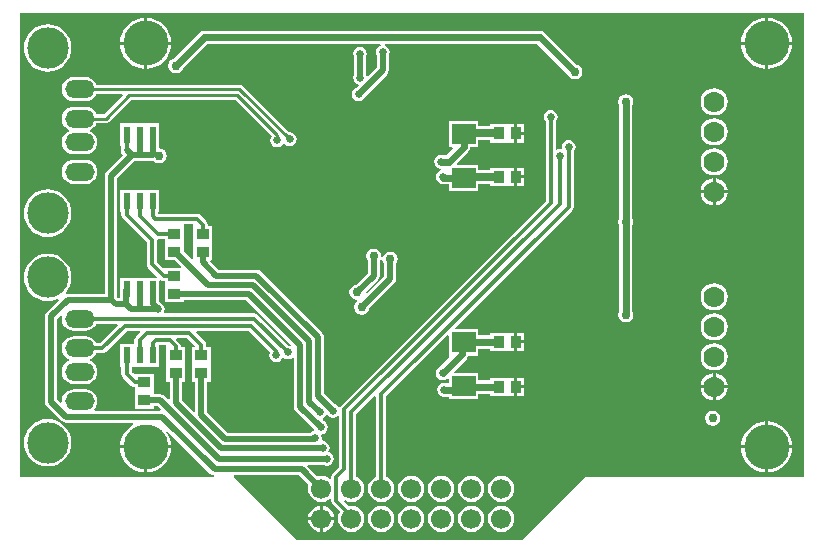
<source format=gbl>
G04*
G04 #@! TF.GenerationSoftware,Altium Limited,Altium Designer,20.0.13 (296)*
G04*
G04 Layer_Physical_Order=2*
G04 Layer_Color=16711680*
%FSLAX44Y44*%
%MOMM*%
G71*
G01*
G75*
%ADD10C,0.2540*%
%ADD31R,0.9500X1.0500*%
%ADD35C,0.5080*%
%ADD36C,0.3048*%
%ADD37C,0.6096*%
%ADD38C,0.3556*%
%ADD39C,0.6350*%
%ADD40C,3.8100*%
%ADD41C,1.7780*%
%ADD42C,1.7000*%
%ADD43C,3.5000*%
%ADD44O,2.5000X1.5240*%
%ADD45C,0.7620*%
%ADD46R,2.0000X1.7000*%
%ADD47R,1.1000X0.9000*%
%ADD48R,0.6000X1.4000*%
%ADD49C,0.6350*%
G36*
X146900Y212660D02*
X146900D01*
Y198580D01*
X146900D01*
Y197660D01*
X146900D01*
Y184651D01*
X145630Y184125D01*
X138850Y190905D01*
Y197660D01*
X138850D01*
Y198580D01*
X138850D01*
Y212660D01*
X138850D01*
X139204Y213783D01*
X146546D01*
X146900Y212660D01*
D02*
G37*
G36*
X122770Y198580D02*
X122770D01*
Y197660D01*
X122770D01*
Y183580D01*
X131525D01*
X136832Y178273D01*
X136346Y177100D01*
X122770D01*
Y177100D01*
X121678Y176648D01*
X116283Y182044D01*
Y200057D01*
X116710Y200790D01*
X117443Y201217D01*
X122770D01*
Y198580D01*
D02*
G37*
G36*
X120235Y166112D02*
X121920Y165777D01*
X122770D01*
Y163020D01*
X122770D01*
Y162100D01*
X122770D01*
Y148020D01*
X138850D01*
Y149881D01*
X192045D01*
X230028Y111896D01*
X229993Y111812D01*
X229280Y110849D01*
X227828Y111138D01*
X201953Y137013D01*
X200525Y137967D01*
X198840Y138303D01*
X122430D01*
X121831Y139423D01*
X122223Y140010D01*
X122667Y142240D01*
X122223Y144470D01*
X120960Y146360D01*
X119237Y147512D01*
X118209Y148539D01*
Y158380D01*
X118140Y158729D01*
Y165985D01*
X119410Y166664D01*
X120235Y166112D01*
D02*
G37*
G36*
X664210Y0D02*
X478790D01*
X425450Y-53340D01*
X234950D01*
X181709Y-99D01*
X181850Y1170D01*
X236615D01*
X244675Y-6890D01*
X244514Y-7278D01*
X244135Y-10160D01*
X244514Y-13042D01*
X245627Y-15728D01*
X247396Y-18034D01*
X249702Y-19803D01*
X252388Y-20916D01*
X255270Y-21295D01*
X258152Y-20916D01*
X260838Y-19803D01*
X262556Y-18485D01*
X263826Y-19111D01*
Y-20320D01*
X264142Y-21906D01*
X265040Y-23250D01*
X271355Y-29565D01*
X271027Y-29992D01*
X269914Y-32678D01*
X269535Y-35560D01*
X269914Y-38442D01*
X271027Y-41128D01*
X272796Y-43434D01*
X275102Y-45203D01*
X277788Y-46316D01*
X280670Y-46695D01*
X283552Y-46316D01*
X286238Y-45203D01*
X288544Y-43434D01*
X290313Y-41128D01*
X291426Y-38442D01*
X291805Y-35560D01*
X291426Y-32678D01*
X290313Y-29992D01*
X288544Y-27686D01*
X286238Y-25917D01*
X283552Y-24804D01*
X280670Y-24425D01*
X278253Y-24743D01*
X274294Y-20784D01*
X275102Y-19803D01*
X277788Y-20916D01*
X280670Y-21295D01*
X283552Y-20916D01*
X286238Y-19803D01*
X288544Y-18034D01*
X290313Y-15728D01*
X291426Y-13042D01*
X291805Y-10160D01*
X291426Y-7278D01*
X290313Y-4592D01*
X288544Y-2286D01*
X286238Y-517D01*
X285073Y-34D01*
Y52786D01*
X300494Y68208D01*
X301667Y67722D01*
Y-34D01*
X300502Y-517D01*
X298196Y-2286D01*
X296427Y-4592D01*
X295314Y-7278D01*
X294935Y-10160D01*
X295314Y-13042D01*
X296427Y-15728D01*
X298196Y-18034D01*
X300502Y-19803D01*
X303188Y-20916D01*
X306070Y-21295D01*
X308952Y-20916D01*
X311638Y-19803D01*
X313944Y-18034D01*
X315713Y-15728D01*
X316826Y-13042D01*
X317205Y-10160D01*
X316826Y-7278D01*
X315713Y-4592D01*
X313944Y-2286D01*
X311638Y-517D01*
X310473Y-34D01*
Y68026D01*
X362207Y119761D01*
X363380Y119274D01*
Y102710D01*
X363503D01*
X363989Y101537D01*
X354572Y92119D01*
X354020Y91750D01*
X352757Y89860D01*
X352313Y87630D01*
X352757Y85400D01*
X354020Y83510D01*
X355910Y82247D01*
X358140Y81803D01*
X360370Y82247D01*
X362110Y83409D01*
X362760Y83237D01*
X363380Y82900D01*
Y79358D01*
X360061D01*
X359410Y79487D01*
X357180Y79043D01*
X355290Y77780D01*
X354027Y75890D01*
X353583Y73660D01*
X354027Y71430D01*
X355290Y69540D01*
X357180Y68277D01*
X359410Y67833D01*
X360061Y67962D01*
X363380D01*
Y65710D01*
X388460D01*
Y70503D01*
X398210D01*
Y68410D01*
X418730D01*
Y76200D01*
Y83990D01*
X398210D01*
Y81897D01*
X388460D01*
Y87790D01*
X368017D01*
X367531Y88963D01*
X378679Y100111D01*
X379914Y101960D01*
X380063Y102710D01*
X388460D01*
Y108603D01*
X398210D01*
Y106510D01*
X418730D01*
Y114300D01*
Y122090D01*
X398210D01*
Y119998D01*
X388460D01*
Y124790D01*
X368895D01*
X368410Y125963D01*
X467933Y225487D01*
X468887Y226915D01*
X469223Y228600D01*
Y275702D01*
X470203Y277170D01*
X470647Y279400D01*
X470203Y281630D01*
X468940Y283520D01*
X467050Y284783D01*
X464820Y285227D01*
X462590Y284783D01*
X460700Y283520D01*
X459437Y281630D01*
X458993Y279400D01*
X459170Y278510D01*
X458090Y277430D01*
X457200Y277607D01*
X454970Y277163D01*
X454844Y277079D01*
X453724Y277678D01*
Y300715D01*
X454963Y302570D01*
X455407Y304800D01*
X454963Y307030D01*
X453700Y308920D01*
X451810Y310183D01*
X449580Y310627D01*
X447350Y310183D01*
X445460Y308920D01*
X444197Y307030D01*
X443753Y304800D01*
X444197Y302570D01*
X445436Y300715D01*
Y233498D01*
X271898Y59960D01*
X271501Y59366D01*
X269974D01*
X269550Y60000D01*
X267660Y61263D01*
X267300Y61335D01*
X257910Y70725D01*
Y118073D01*
X257910Y118073D01*
X257515Y120055D01*
X256392Y121735D01*
X204165Y173962D01*
X202485Y175085D01*
X200503Y175480D01*
X168395D01*
X161468Y182407D01*
X161954Y183580D01*
X162980D01*
Y197660D01*
X162980D01*
Y198580D01*
X162980D01*
Y212660D01*
X160286D01*
X159343Y213360D01*
X159008Y215045D01*
X158053Y216473D01*
X153227Y221299D01*
X151799Y222253D01*
X150114Y222589D01*
X117003D01*
Y224080D01*
X118140D01*
Y243160D01*
X85060D01*
Y224080D01*
X86197D01*
Y221820D01*
X86532Y220135D01*
X87487Y218707D01*
X107477Y198716D01*
Y180220D01*
X107812Y178535D01*
X108767Y177107D01*
X116350Y169523D01*
X115864Y168350D01*
X85060D01*
Y158729D01*
X84991Y158380D01*
Y151229D01*
X83425D01*
X82649Y152005D01*
Y252715D01*
X96965Y267031D01*
X113030D01*
X113615Y267147D01*
X115632Y265798D01*
X118110Y265306D01*
X120588Y265798D01*
X122688Y267202D01*
X124092Y269302D01*
X124584Y271780D01*
X124092Y274258D01*
X122688Y276358D01*
X120588Y277762D01*
X118209Y278235D01*
Y289190D01*
X118140Y289540D01*
Y299160D01*
X85060D01*
Y280080D01*
X85724D01*
X86081Y278810D01*
X85815Y278412D01*
X85421Y276430D01*
X85815Y274448D01*
X86938Y272768D01*
X87495Y272210D01*
X73808Y258522D01*
X72685Y256842D01*
X72291Y254860D01*
Y155040D01*
X40640D01*
X39747Y154862D01*
X39053Y156019D01*
X40443Y157712D01*
X42304Y161194D01*
X43450Y164972D01*
X43837Y168900D01*
X43450Y172829D01*
X42304Y176606D01*
X40443Y180088D01*
X37939Y183139D01*
X34887Y185643D01*
X31406Y187504D01*
X27629Y188650D01*
X23700Y189037D01*
X19771Y188650D01*
X15994Y187504D01*
X12513Y185643D01*
X9461Y183139D01*
X6957Y180088D01*
X5096Y176606D01*
X3950Y172829D01*
X3563Y168900D01*
X3950Y164972D01*
X5096Y161194D01*
X6957Y157712D01*
X9461Y154661D01*
X12513Y152157D01*
X15994Y150296D01*
X19771Y149150D01*
X23700Y148763D01*
X27629Y149150D01*
X31406Y150296D01*
X32585Y150926D01*
X33350Y149895D01*
X23008Y139552D01*
X21885Y137872D01*
X21490Y135890D01*
Y63500D01*
X21885Y61518D01*
X23008Y59837D01*
X35707Y47137D01*
X37388Y46015D01*
X39370Y45620D01*
X96016D01*
X96334Y44351D01*
X94627Y43438D01*
X91340Y40740D01*
X88642Y37453D01*
X86637Y33702D01*
X85402Y29632D01*
X85111Y26670D01*
X128249D01*
X127958Y29632D01*
X126723Y33702D01*
X124718Y37453D01*
X123996Y38333D01*
X124938Y39187D01*
X161437Y2688D01*
X163118Y1565D01*
X164600Y1270D01*
X164475Y0D01*
X0D01*
Y392430D01*
X664210D01*
Y0D01*
D02*
G37*
G36*
X124207Y111060D02*
X124040Y109790D01*
X124040D01*
Y95710D01*
X124040D01*
Y94790D01*
X124040D01*
Y80710D01*
X126901D01*
Y66234D01*
X125727Y65748D01*
X122922Y68552D01*
X121242Y69675D01*
X119260Y70069D01*
X113450D01*
Y71930D01*
X113450D01*
Y72850D01*
X113450D01*
Y86930D01*
X97370D01*
X97370Y86930D01*
Y86930D01*
X96413Y87613D01*
X95003Y89024D01*
Y93270D01*
X118140D01*
Y111209D01*
X124108D01*
X124207Y111060D01*
D02*
G37*
G36*
X35956Y136055D02*
X35672Y133900D01*
X36021Y131248D01*
X37045Y128776D01*
X38674Y126654D01*
X40796Y125025D01*
X43268Y124002D01*
X45920Y123652D01*
X55680D01*
X58332Y124002D01*
X60804Y125025D01*
X62926Y126654D01*
X64555Y128776D01*
X64854Y129497D01*
X82708D01*
X83194Y128324D01*
X68172Y113303D01*
X64854D01*
X64555Y114024D01*
X62926Y116146D01*
X60804Y117775D01*
X58332Y118799D01*
X55680Y119148D01*
X45920D01*
X43268Y118799D01*
X40796Y117775D01*
X38674Y116146D01*
X37045Y114024D01*
X36021Y111552D01*
X35672Y108900D01*
X36021Y106248D01*
X37045Y103776D01*
X38674Y101654D01*
X40796Y100025D01*
X41853Y99587D01*
Y98213D01*
X40796Y97775D01*
X38674Y96146D01*
X37045Y94024D01*
X36021Y91552D01*
X35672Y88900D01*
X36021Y86248D01*
X37045Y83776D01*
X38674Y81654D01*
X40796Y80025D01*
X43268Y79001D01*
X45920Y78652D01*
X55680D01*
X58332Y79001D01*
X60804Y80025D01*
X62926Y81654D01*
X64555Y83776D01*
X65578Y86248D01*
X65928Y88900D01*
X65578Y91552D01*
X64555Y94024D01*
X62926Y96146D01*
X60804Y97775D01*
X59747Y98213D01*
Y99587D01*
X60804Y100025D01*
X62926Y101654D01*
X64555Y103776D01*
X64854Y104497D01*
X69996D01*
X71681Y104832D01*
X73109Y105787D01*
X90724Y123401D01*
X101546D01*
X102032Y122228D01*
X98487Y118683D01*
X97533Y117255D01*
X97197Y115570D01*
Y112350D01*
X85060D01*
Y93270D01*
X86197D01*
Y87200D01*
X86532Y85515D01*
X87487Y84087D01*
X94677Y76897D01*
X96105Y75943D01*
X97370Y75691D01*
Y72850D01*
X97370D01*
Y71930D01*
X97370D01*
Y57850D01*
X113450D01*
Y59710D01*
X117114D01*
X119576Y57249D01*
X119050Y55979D01*
X64010D01*
X63383Y57249D01*
X64555Y58776D01*
X65578Y61248D01*
X65928Y63900D01*
X65578Y66552D01*
X64555Y69024D01*
X62926Y71146D01*
X60804Y72775D01*
X58332Y73798D01*
X55680Y74148D01*
X45920D01*
X43268Y73798D01*
X40796Y72775D01*
X38674Y71146D01*
X37045Y69024D01*
X36021Y66552D01*
X35672Y63900D01*
X35729Y63466D01*
X34590Y62905D01*
X31850Y65645D01*
Y133745D01*
X34753Y136648D01*
X35956Y136055D01*
D02*
G37*
G36*
X148144Y111060D02*
X147618Y109790D01*
X145630D01*
Y95710D01*
X145630D01*
Y94790D01*
X145630D01*
Y80710D01*
X148490D01*
Y55420D01*
X147317Y54934D01*
X137260Y64992D01*
Y80710D01*
X140120D01*
Y94790D01*
X140120D01*
Y95710D01*
X140120D01*
Y109790D01*
X136483D01*
Y110490D01*
X136147Y112175D01*
X135193Y113603D01*
X132664Y116132D01*
X133150Y117305D01*
X141898D01*
X148144Y111060D01*
D02*
G37*
G36*
X212216Y105676D02*
X211921Y105234D01*
X211478Y103005D01*
X211921Y100775D01*
X213184Y98884D01*
X215075Y97621D01*
X217304Y97177D01*
X219534Y97621D01*
X221425Y98884D01*
X222435Y100396D01*
X222763Y100774D01*
X223983Y100773D01*
X225100Y100027D01*
X227330Y99583D01*
X229560Y100027D01*
X231040Y101016D01*
X232311Y100465D01*
Y59446D01*
X232705Y57464D01*
X233827Y55783D01*
X249589Y40022D01*
X249426Y39087D01*
X249065Y38623D01*
X247960Y38403D01*
X246070Y37140D01*
X245929Y36930D01*
X176098D01*
X158849Y54178D01*
Y80710D01*
X161710D01*
Y94790D01*
X161710D01*
Y95710D01*
X161710D01*
Y109790D01*
X158073D01*
Y111760D01*
X157738Y113445D01*
X156783Y114873D01*
X149428Y122228D01*
X149914Y123401D01*
X194491D01*
X212216Y105676D01*
D02*
G37*
G36*
X261310Y51760D02*
X263200Y50497D01*
X265430Y50053D01*
X267660Y50497D01*
X269414Y51669D01*
X270684Y51345D01*
Y8574D01*
X265040Y2930D01*
X264142Y1586D01*
X263826Y0D01*
Y-1209D01*
X262556Y-1835D01*
X260838Y-517D01*
X258152Y596D01*
X255270Y975D01*
X252388Y596D01*
X252000Y435D01*
X243645Y8791D01*
X244170Y10060D01*
X257815D01*
X258120Y9857D01*
X260350Y9413D01*
X262580Y9857D01*
X264470Y11120D01*
X265733Y13010D01*
X266177Y15240D01*
X265733Y17470D01*
X264470Y19360D01*
X262580Y20623D01*
X261994Y20740D01*
X261508Y21913D01*
X261923Y22535D01*
X262367Y24765D01*
X261923Y26995D01*
X260660Y28885D01*
X258770Y30148D01*
X256723Y30556D01*
X256539Y30593D01*
X255761Y31732D01*
X256017Y33020D01*
X255573Y35250D01*
X256395Y36307D01*
X257500Y36527D01*
X259390Y37790D01*
X260653Y39680D01*
X261097Y41910D01*
X260653Y44140D01*
X259390Y46030D01*
X257500Y47293D01*
X257190Y47355D01*
X256543Y48261D01*
X256819Y49620D01*
X258120Y50490D01*
X259383Y52380D01*
X260728Y52630D01*
X261310Y51760D01*
D02*
G37*
%LPC*%
G36*
X633730Y388599D02*
Y368300D01*
X654029D01*
X653738Y371262D01*
X652503Y375332D01*
X650498Y379083D01*
X647800Y382370D01*
X644513Y385068D01*
X640762Y387073D01*
X636692Y388308D01*
X633730Y388599D01*
D02*
G37*
G36*
X631190D02*
X628228Y388308D01*
X624158Y387073D01*
X620407Y385068D01*
X617120Y382370D01*
X614422Y379083D01*
X612417Y375332D01*
X611182Y371262D01*
X610891Y368300D01*
X631190D01*
Y388599D01*
D02*
G37*
G36*
X107950D02*
Y368300D01*
X128249D01*
X127958Y371262D01*
X126723Y375332D01*
X124718Y379083D01*
X122020Y382370D01*
X118733Y385068D01*
X114982Y387073D01*
X110912Y388308D01*
X107950Y388599D01*
D02*
G37*
G36*
X105410D02*
X102448Y388308D01*
X98378Y387073D01*
X94627Y385068D01*
X91340Y382370D01*
X88642Y379083D01*
X86637Y375332D01*
X85402Y371262D01*
X85111Y368300D01*
X105410D01*
Y388599D01*
D02*
G37*
G36*
X654029Y365760D02*
X633730D01*
Y345461D01*
X636692Y345752D01*
X640762Y346987D01*
X644513Y348992D01*
X647800Y351690D01*
X650498Y354977D01*
X652503Y358728D01*
X653738Y362798D01*
X654029Y365760D01*
D02*
G37*
G36*
X631190D02*
X610891D01*
X611182Y362798D01*
X612417Y358728D01*
X614422Y354977D01*
X617120Y351690D01*
X620407Y348992D01*
X624158Y346987D01*
X628228Y345752D01*
X631190Y345461D01*
Y365760D01*
D02*
G37*
G36*
X128249D02*
X107950D01*
Y345461D01*
X110912Y345752D01*
X114982Y346987D01*
X118733Y348992D01*
X122020Y351690D01*
X124718Y354977D01*
X126723Y358728D01*
X127958Y362798D01*
X128249Y365760D01*
D02*
G37*
G36*
X105410D02*
X85111D01*
X85402Y362798D01*
X86637Y358728D01*
X88642Y354977D01*
X91340Y351690D01*
X94627Y348992D01*
X98378Y346987D01*
X102448Y345752D01*
X105410Y345461D01*
Y365760D01*
D02*
G37*
G36*
X23700Y383347D02*
X19771Y382960D01*
X15994Y381814D01*
X12513Y379953D01*
X9461Y377449D01*
X6957Y374398D01*
X5096Y370916D01*
X3950Y367138D01*
X3563Y363210D01*
X3950Y359282D01*
X5096Y355504D01*
X6957Y352023D01*
X9461Y348971D01*
X12513Y346467D01*
X15994Y344606D01*
X19771Y343460D01*
X23700Y343073D01*
X27629Y343460D01*
X31406Y344606D01*
X34887Y346467D01*
X37939Y348971D01*
X40443Y352023D01*
X42304Y355504D01*
X43450Y359282D01*
X43837Y363210D01*
X43450Y367138D01*
X42304Y370916D01*
X40443Y374398D01*
X37939Y377449D01*
X34887Y379953D01*
X31406Y381814D01*
X27629Y382960D01*
X23700Y383347D01*
D02*
G37*
G36*
X440690Y377808D02*
X156210D01*
X154030Y377374D01*
X152181Y376139D01*
X130104Y354061D01*
X129602Y353962D01*
X127502Y352558D01*
X126098Y350458D01*
X125606Y347980D01*
X126098Y345502D01*
X127502Y343402D01*
X129602Y341998D01*
X132080Y341506D01*
X134558Y341998D01*
X136658Y343402D01*
X138062Y345502D01*
X138161Y346004D01*
X158570Y366413D01*
X305463D01*
X305588Y365143D01*
X305110Y365047D01*
X303220Y363784D01*
X301957Y361894D01*
X301513Y359664D01*
X301957Y357434D01*
X302160Y357129D01*
Y346315D01*
X294995Y339150D01*
X293779Y339518D01*
X293673Y340050D01*
X293470Y340355D01*
Y355605D01*
X293673Y355910D01*
X294117Y358140D01*
X293673Y360370D01*
X292410Y362260D01*
X290520Y363523D01*
X288290Y363967D01*
X286060Y363523D01*
X284170Y362260D01*
X282907Y360370D01*
X282463Y358140D01*
X282907Y355910D01*
X283111Y355605D01*
Y340355D01*
X282907Y340050D01*
X282463Y337820D01*
X282907Y335590D01*
X284170Y333700D01*
X286060Y332437D01*
X286592Y332331D01*
X286961Y331115D01*
X285150Y329305D01*
X284790Y329233D01*
X282900Y327970D01*
X281637Y326080D01*
X281193Y323850D01*
X281637Y321620D01*
X282900Y319730D01*
X284790Y318467D01*
X287020Y318023D01*
X289250Y318467D01*
X291140Y319730D01*
X292403Y321620D01*
X292475Y321980D01*
X311003Y340508D01*
X312125Y342188D01*
X312519Y344170D01*
Y357129D01*
X312723Y357434D01*
X313167Y359664D01*
X312723Y361894D01*
X311460Y363784D01*
X309570Y365047D01*
X309092Y365143D01*
X309217Y366413D01*
X438330D01*
X463819Y340924D01*
X463918Y340422D01*
X465322Y338322D01*
X467422Y336918D01*
X469900Y336426D01*
X472378Y336918D01*
X474478Y338322D01*
X475882Y340422D01*
X476374Y342900D01*
X475882Y345378D01*
X474478Y347478D01*
X472378Y348882D01*
X471876Y348981D01*
X444719Y376139D01*
X442870Y377374D01*
X440690Y377808D01*
D02*
G37*
G36*
X588010Y329027D02*
X585026Y328634D01*
X582246Y327483D01*
X579858Y325651D01*
X578026Y323263D01*
X576874Y320483D01*
X576481Y317499D01*
X576874Y314515D01*
X578026Y311734D01*
X579858Y309347D01*
X582246Y307515D01*
X585026Y306363D01*
X588010Y305970D01*
X590994Y306363D01*
X593774Y307515D01*
X596162Y309347D01*
X597994Y311734D01*
X599146Y314515D01*
X599539Y317499D01*
X599146Y320483D01*
X597994Y323263D01*
X596162Y325651D01*
X593774Y327483D01*
X590994Y328634D01*
X588010Y329027D01*
D02*
G37*
G36*
X427290Y298620D02*
X421270D01*
Y292100D01*
X427290D01*
Y298620D01*
D02*
G37*
G36*
Y289560D02*
X421270D01*
Y283040D01*
X427290D01*
Y289560D01*
D02*
G37*
G36*
X388460Y301320D02*
X363380D01*
Y279240D01*
X366043D01*
X366529Y278067D01*
X360860Y272397D01*
X357521D01*
X356870Y272527D01*
X354640Y272083D01*
X352750Y270820D01*
X351487Y268930D01*
X351043Y266700D01*
X351487Y264470D01*
X352750Y262580D01*
X354640Y261317D01*
X356870Y260873D01*
X356872Y260870D01*
X356307Y259462D01*
X355910Y259383D01*
X354020Y258120D01*
X352757Y256230D01*
X352313Y254000D01*
X352757Y251770D01*
X354020Y249880D01*
X354727Y249407D01*
X354831Y249251D01*
X356680Y248016D01*
X358860Y247582D01*
X363380D01*
Y242240D01*
X388460D01*
Y248173D01*
X398210D01*
Y246210D01*
X418730D01*
Y254000D01*
Y261790D01*
X398210D01*
Y259827D01*
X388460D01*
Y264320D01*
X370557D01*
X370071Y265493D01*
X379949Y275371D01*
X381184Y277220D01*
X381586Y279240D01*
X388460D01*
Y285003D01*
X398210D01*
Y283040D01*
X418730D01*
Y290830D01*
Y298620D01*
X398210D01*
Y296657D01*
X388460D01*
Y301320D01*
D02*
G37*
G36*
X588010Y303627D02*
X585026Y303235D01*
X582246Y302083D01*
X579858Y300251D01*
X578026Y297863D01*
X576874Y295083D01*
X576481Y292099D01*
X576874Y289115D01*
X578026Y286334D01*
X579858Y283947D01*
X582246Y282115D01*
X585026Y280963D01*
X588010Y280570D01*
X590994Y280963D01*
X593774Y282115D01*
X596162Y283947D01*
X597994Y286334D01*
X599146Y289115D01*
X599539Y292099D01*
X599146Y295083D01*
X597994Y297863D01*
X596162Y300251D01*
X593774Y302083D01*
X590994Y303235D01*
X588010Y303627D01*
D02*
G37*
G36*
X55680Y338458D02*
X45920D01*
X43268Y338108D01*
X40796Y337085D01*
X38674Y335456D01*
X37045Y333334D01*
X36021Y330862D01*
X35672Y328210D01*
X36021Y325558D01*
X37045Y323086D01*
X38674Y320964D01*
X40796Y319335D01*
X43268Y318312D01*
X45920Y317962D01*
X55680D01*
X58332Y318312D01*
X60804Y319335D01*
X62926Y320964D01*
X64555Y323086D01*
X65068Y324325D01*
X86752D01*
X87238Y323152D01*
X71181Y307095D01*
X65068D01*
X64555Y308334D01*
X62926Y310456D01*
X60804Y312085D01*
X58332Y313109D01*
X55680Y313458D01*
X45920D01*
X43268Y313109D01*
X40796Y312085D01*
X38674Y310456D01*
X37045Y308334D01*
X36021Y305862D01*
X35672Y303210D01*
X36021Y300558D01*
X37045Y298086D01*
X38674Y295964D01*
X40796Y294335D01*
X41853Y293897D01*
Y292523D01*
X40796Y292085D01*
X38674Y290456D01*
X37045Y288334D01*
X36021Y285862D01*
X35672Y283210D01*
X36021Y280558D01*
X37045Y278086D01*
X38674Y275964D01*
X40796Y274335D01*
X43268Y273312D01*
X45920Y272962D01*
X55680D01*
X58332Y273312D01*
X60804Y274335D01*
X62926Y275964D01*
X64555Y278086D01*
X65578Y280558D01*
X65928Y283210D01*
X65578Y285862D01*
X64555Y288334D01*
X62926Y290456D01*
X60804Y292085D01*
X59747Y292523D01*
Y293897D01*
X60804Y294335D01*
X62926Y295964D01*
X64555Y298086D01*
X65068Y299325D01*
X72790D01*
X74277Y299621D01*
X75537Y300463D01*
X94319Y319245D01*
X182427D01*
X213403Y288269D01*
X212640Y287127D01*
X212196Y284897D01*
X212640Y282667D01*
X213903Y280777D01*
X215793Y279514D01*
X218023Y279070D01*
X220253Y279514D01*
X222143Y280777D01*
X222833Y281809D01*
X224360D01*
X224480Y281630D01*
X226370Y280367D01*
X228600Y279923D01*
X230830Y280367D01*
X232720Y281630D01*
X233983Y283520D01*
X234427Y285750D01*
X233983Y287980D01*
X232720Y289870D01*
X230830Y291133D01*
X228600Y291577D01*
X228322Y291522D01*
X188887Y330957D01*
X187627Y331799D01*
X186140Y332095D01*
X65068D01*
X64555Y333334D01*
X62926Y335456D01*
X60804Y337085D01*
X58332Y338108D01*
X55680Y338458D01*
D02*
G37*
G36*
X427290Y261790D02*
X421270D01*
Y255270D01*
X427290D01*
Y261790D01*
D02*
G37*
G36*
X588010Y278227D02*
X585026Y277834D01*
X582246Y276683D01*
X579858Y274851D01*
X578026Y272463D01*
X576874Y269683D01*
X576481Y266699D01*
X576874Y263715D01*
X578026Y260934D01*
X579858Y258547D01*
X582246Y256715D01*
X585026Y255563D01*
X588010Y255170D01*
X590994Y255563D01*
X593774Y256715D01*
X596162Y258547D01*
X597994Y260934D01*
X599146Y263715D01*
X599539Y266699D01*
X599146Y269683D01*
X597994Y272463D01*
X596162Y274851D01*
X593774Y276683D01*
X590994Y277834D01*
X588010Y278227D01*
D02*
G37*
G36*
X55680Y268458D02*
X45920D01*
X43268Y268109D01*
X40796Y267085D01*
X38674Y265456D01*
X37045Y263334D01*
X36021Y260862D01*
X35672Y258210D01*
X36021Y255558D01*
X37045Y253086D01*
X38674Y250964D01*
X40796Y249335D01*
X43268Y248312D01*
X45920Y247962D01*
X55680D01*
X58332Y248312D01*
X60804Y249335D01*
X62926Y250964D01*
X64555Y253086D01*
X65578Y255558D01*
X65928Y258210D01*
X65578Y260862D01*
X64555Y263334D01*
X62926Y265456D01*
X60804Y267085D01*
X58332Y268109D01*
X55680Y268458D01*
D02*
G37*
G36*
X427290Y252730D02*
X421270D01*
Y246210D01*
X427290D01*
Y252730D01*
D02*
G37*
G36*
X589280Y252660D02*
Y242569D01*
X599371D01*
X599146Y244283D01*
X597994Y247063D01*
X596162Y249451D01*
X593774Y251283D01*
X590994Y252435D01*
X589280Y252660D01*
D02*
G37*
G36*
X586740D02*
X585026Y252435D01*
X582246Y251283D01*
X579858Y249451D01*
X578026Y247063D01*
X576874Y244283D01*
X576649Y242569D01*
X586740D01*
Y252660D01*
D02*
G37*
G36*
X599371Y240029D02*
X589280D01*
Y229937D01*
X590994Y230163D01*
X593774Y231315D01*
X596162Y233147D01*
X597994Y235534D01*
X599146Y238315D01*
X599371Y240029D01*
D02*
G37*
G36*
X586740D02*
X576649D01*
X576874Y238315D01*
X578026Y235534D01*
X579858Y233147D01*
X582246Y231315D01*
X585026Y230163D01*
X586740Y229937D01*
Y240029D01*
D02*
G37*
G36*
X23700Y243347D02*
X19771Y242960D01*
X15994Y241814D01*
X12513Y239953D01*
X9461Y237449D01*
X6957Y234398D01*
X5096Y230916D01*
X3950Y227139D01*
X3563Y223210D01*
X3950Y219282D01*
X5096Y215504D01*
X6957Y212022D01*
X9461Y208971D01*
X12513Y206467D01*
X15994Y204606D01*
X19771Y203460D01*
X23700Y203073D01*
X27629Y203460D01*
X31406Y204606D01*
X34887Y206467D01*
X37939Y208971D01*
X40443Y212022D01*
X42304Y215504D01*
X43450Y219282D01*
X43837Y223210D01*
X43450Y227139D01*
X42304Y230916D01*
X40443Y234398D01*
X37939Y237449D01*
X34887Y239953D01*
X31406Y241814D01*
X27629Y242960D01*
X23700Y243347D01*
D02*
G37*
G36*
X588010Y163927D02*
X585026Y163535D01*
X582246Y162383D01*
X579858Y160551D01*
X578026Y158163D01*
X576874Y155383D01*
X576481Y152399D01*
X576874Y149415D01*
X578026Y146634D01*
X579858Y144247D01*
X582246Y142415D01*
X585026Y141263D01*
X588010Y140870D01*
X590994Y141263D01*
X593774Y142415D01*
X596162Y144247D01*
X597994Y146634D01*
X599146Y149415D01*
X599539Y152399D01*
X599146Y155383D01*
X597994Y158163D01*
X596162Y160551D01*
X593774Y162383D01*
X590994Y163535D01*
X588010Y163927D01*
D02*
G37*
G36*
X299720Y193164D02*
X297242Y192672D01*
X295142Y191268D01*
X293738Y189168D01*
X293246Y186690D01*
X293738Y184212D01*
X294541Y183012D01*
Y172325D01*
X284688Y162473D01*
X283272Y162192D01*
X281172Y160788D01*
X279768Y158688D01*
X279276Y156210D01*
X279768Y153732D01*
X281172Y151632D01*
X283272Y150228D01*
X285297Y149826D01*
X285618Y148513D01*
X284982Y148088D01*
X283578Y145988D01*
X283086Y143510D01*
X283578Y141032D01*
X284982Y138932D01*
X287082Y137528D01*
X289560Y137036D01*
X292038Y137528D01*
X294138Y138932D01*
X295542Y141032D01*
X295823Y142448D01*
X317353Y163978D01*
X318475Y165658D01*
X318869Y167640D01*
Y180472D01*
X319672Y181672D01*
X320164Y184150D01*
X319672Y186628D01*
X318268Y188728D01*
X316168Y190132D01*
X313690Y190624D01*
X311212Y190132D01*
X309112Y188728D01*
X307708Y186628D01*
X307216Y184150D01*
X307708Y181672D01*
X308510Y180472D01*
Y169785D01*
X294252Y155527D01*
X292902Y155973D01*
X292894Y156029D01*
X303382Y166518D01*
X303382Y166518D01*
X304505Y168198D01*
X304900Y170180D01*
Y183012D01*
X305702Y184212D01*
X306194Y186690D01*
X305702Y189168D01*
X304298Y191268D01*
X302198Y192672D01*
X299720Y193164D01*
D02*
G37*
G36*
X513080Y323974D02*
X510602Y323482D01*
X508502Y322078D01*
X507098Y319978D01*
X506606Y317500D01*
X507098Y315022D01*
X507383Y314597D01*
Y218803D01*
X507098Y218378D01*
X506606Y215900D01*
X507098Y213422D01*
X507383Y212997D01*
Y140063D01*
X507098Y139638D01*
X506606Y137160D01*
X507098Y134682D01*
X508502Y132582D01*
X510602Y131178D01*
X513080Y130686D01*
X515558Y131178D01*
X517658Y132582D01*
X519062Y134682D01*
X519554Y137160D01*
X519062Y139638D01*
X518778Y140063D01*
Y212997D01*
X519062Y213422D01*
X519554Y215900D01*
X519062Y218378D01*
X518778Y218803D01*
Y314597D01*
X519062Y315022D01*
X519554Y317500D01*
X519062Y319978D01*
X517658Y322078D01*
X515558Y323482D01*
X513080Y323974D01*
D02*
G37*
G36*
X427290Y122090D02*
X421270D01*
Y115570D01*
X427290D01*
Y122090D01*
D02*
G37*
G36*
X588010Y138527D02*
X585026Y138134D01*
X582246Y136983D01*
X579858Y135151D01*
X578026Y132763D01*
X576874Y129983D01*
X576481Y126999D01*
X576874Y124015D01*
X578026Y121234D01*
X579858Y118847D01*
X582246Y117015D01*
X585026Y115863D01*
X588010Y115470D01*
X590994Y115863D01*
X593774Y117015D01*
X596162Y118847D01*
X597994Y121234D01*
X599146Y124015D01*
X599539Y126999D01*
X599146Y129983D01*
X597994Y132763D01*
X596162Y135151D01*
X593774Y136983D01*
X590994Y138134D01*
X588010Y138527D01*
D02*
G37*
G36*
X427290Y113030D02*
X421270D01*
Y106510D01*
X427290D01*
Y113030D01*
D02*
G37*
G36*
X588010Y113127D02*
X585026Y112734D01*
X582246Y111583D01*
X579858Y109751D01*
X578026Y107363D01*
X576874Y104583D01*
X576481Y101599D01*
X576874Y98615D01*
X578026Y95834D01*
X579858Y93447D01*
X582246Y91615D01*
X585026Y90463D01*
X588010Y90070D01*
X590994Y90463D01*
X593774Y91615D01*
X596162Y93447D01*
X597994Y95834D01*
X599146Y98615D01*
X599539Y101599D01*
X599146Y104583D01*
X597994Y107363D01*
X596162Y109751D01*
X593774Y111583D01*
X590994Y112734D01*
X588010Y113127D01*
D02*
G37*
G36*
X427290Y83990D02*
X421270D01*
Y77470D01*
X427290D01*
Y83990D01*
D02*
G37*
G36*
X589280Y87560D02*
Y77469D01*
X599371D01*
X599146Y79183D01*
X597994Y81963D01*
X596162Y84351D01*
X593774Y86183D01*
X590994Y87334D01*
X589280Y87560D01*
D02*
G37*
G36*
X586740D02*
X585026Y87334D01*
X582246Y86183D01*
X579858Y84351D01*
X578026Y81963D01*
X576874Y79183D01*
X576649Y77469D01*
X586740D01*
Y87560D01*
D02*
G37*
G36*
X427290Y74930D02*
X421270D01*
Y68410D01*
X427290D01*
Y74930D01*
D02*
G37*
G36*
X599371Y74929D02*
X589280D01*
Y64837D01*
X590994Y65063D01*
X593774Y66215D01*
X596162Y68047D01*
X597994Y70434D01*
X599146Y73215D01*
X599371Y74929D01*
D02*
G37*
G36*
X586740D02*
X576649D01*
X576874Y73215D01*
X578026Y70434D01*
X579858Y68047D01*
X582246Y66215D01*
X585026Y65063D01*
X586740Y64837D01*
Y74929D01*
D02*
G37*
G36*
Y56004D02*
X584262Y55512D01*
X582162Y54108D01*
X580758Y52008D01*
X580266Y49530D01*
X580758Y47052D01*
X582162Y44952D01*
X584262Y43548D01*
X586740Y43056D01*
X589218Y43548D01*
X591318Y44952D01*
X592722Y47052D01*
X593214Y49530D01*
X592722Y52008D01*
X591318Y54108D01*
X589218Y55512D01*
X586740Y56004D01*
D02*
G37*
G36*
X633730Y46969D02*
Y26670D01*
X654029D01*
X653738Y29632D01*
X652503Y33702D01*
X650498Y37453D01*
X647800Y40740D01*
X644513Y43438D01*
X640762Y45443D01*
X636692Y46678D01*
X633730Y46969D01*
D02*
G37*
G36*
X631190D02*
X628228Y46678D01*
X624158Y45443D01*
X620407Y43438D01*
X617120Y40740D01*
X614422Y37453D01*
X612417Y33702D01*
X611182Y29632D01*
X610891Y26670D01*
X631190D01*
Y46969D01*
D02*
G37*
G36*
X23700Y49037D02*
X19771Y48650D01*
X15994Y47504D01*
X12513Y45643D01*
X9461Y43139D01*
X6957Y40087D01*
X5096Y36606D01*
X3950Y32829D01*
X3563Y28900D01*
X3950Y24971D01*
X5096Y21194D01*
X6957Y17713D01*
X9461Y14661D01*
X12513Y12157D01*
X15994Y10296D01*
X19771Y9150D01*
X23700Y8763D01*
X27629Y9150D01*
X31406Y10296D01*
X34887Y12157D01*
X37939Y14661D01*
X40443Y17713D01*
X42304Y21194D01*
X43450Y24971D01*
X43837Y28900D01*
X43450Y32829D01*
X42304Y36606D01*
X40443Y40087D01*
X37939Y43139D01*
X34887Y45643D01*
X31406Y47504D01*
X27629Y48650D01*
X23700Y49037D01*
D02*
G37*
G36*
X654029Y24130D02*
X633730D01*
Y3831D01*
X636692Y4122D01*
X640762Y5357D01*
X644513Y7362D01*
X647800Y10060D01*
X650498Y13347D01*
X652503Y17098D01*
X653738Y21168D01*
X654029Y24130D01*
D02*
G37*
G36*
X631190D02*
X610891D01*
X611182Y21168D01*
X612417Y17098D01*
X614422Y13347D01*
X617120Y10060D01*
X620407Y7362D01*
X624158Y5357D01*
X628228Y4122D01*
X631190Y3831D01*
Y24130D01*
D02*
G37*
G36*
X128249D02*
X107950D01*
Y3831D01*
X110912Y4122D01*
X114982Y5357D01*
X118733Y7362D01*
X122020Y10060D01*
X124718Y13347D01*
X126723Y17098D01*
X127958Y21168D01*
X128249Y24130D01*
D02*
G37*
G36*
X105410D02*
X85111D01*
X85402Y21168D01*
X86637Y17098D01*
X88642Y13347D01*
X91340Y10060D01*
X94627Y7362D01*
X98378Y5357D01*
X102448Y4122D01*
X105410Y3831D01*
Y24130D01*
D02*
G37*
G36*
X407670Y975D02*
X404788Y596D01*
X402102Y-517D01*
X399796Y-2286D01*
X398027Y-4592D01*
X396914Y-7278D01*
X396535Y-10160D01*
X396914Y-13042D01*
X398027Y-15728D01*
X399796Y-18034D01*
X402102Y-19803D01*
X404788Y-20916D01*
X407670Y-21295D01*
X410552Y-20916D01*
X413238Y-19803D01*
X415544Y-18034D01*
X417313Y-15728D01*
X418426Y-13042D01*
X418805Y-10160D01*
X418426Y-7278D01*
X417313Y-4592D01*
X415544Y-2286D01*
X413238Y-517D01*
X410552Y596D01*
X407670Y975D01*
D02*
G37*
G36*
X382270D02*
X379388Y596D01*
X376702Y-517D01*
X374396Y-2286D01*
X372627Y-4592D01*
X371514Y-7278D01*
X371135Y-10160D01*
X371514Y-13042D01*
X372627Y-15728D01*
X374396Y-18034D01*
X376702Y-19803D01*
X379388Y-20916D01*
X382270Y-21295D01*
X385152Y-20916D01*
X387838Y-19803D01*
X390144Y-18034D01*
X391913Y-15728D01*
X393026Y-13042D01*
X393405Y-10160D01*
X393026Y-7278D01*
X391913Y-4592D01*
X390144Y-2286D01*
X387838Y-517D01*
X385152Y596D01*
X382270Y975D01*
D02*
G37*
G36*
X356870D02*
X353988Y596D01*
X351302Y-517D01*
X348996Y-2286D01*
X347227Y-4592D01*
X346114Y-7278D01*
X345735Y-10160D01*
X346114Y-13042D01*
X347227Y-15728D01*
X348996Y-18034D01*
X351302Y-19803D01*
X353988Y-20916D01*
X356870Y-21295D01*
X359752Y-20916D01*
X362438Y-19803D01*
X364744Y-18034D01*
X366513Y-15728D01*
X367626Y-13042D01*
X368005Y-10160D01*
X367626Y-7278D01*
X366513Y-4592D01*
X364744Y-2286D01*
X362438Y-517D01*
X359752Y596D01*
X356870Y975D01*
D02*
G37*
G36*
X331470D02*
X328588Y596D01*
X325902Y-517D01*
X323596Y-2286D01*
X321827Y-4592D01*
X320714Y-7278D01*
X320335Y-10160D01*
X320714Y-13042D01*
X321827Y-15728D01*
X323596Y-18034D01*
X325902Y-19803D01*
X328588Y-20916D01*
X331470Y-21295D01*
X334352Y-20916D01*
X337038Y-19803D01*
X339344Y-18034D01*
X341113Y-15728D01*
X342226Y-13042D01*
X342605Y-10160D01*
X342226Y-7278D01*
X341113Y-4592D01*
X339344Y-2286D01*
X337038Y-517D01*
X334352Y596D01*
X331470Y975D01*
D02*
G37*
G36*
X256540Y-24592D02*
Y-34290D01*
X266238D01*
X266026Y-32678D01*
X264913Y-29992D01*
X263144Y-27686D01*
X260838Y-25917D01*
X258152Y-24804D01*
X256540Y-24592D01*
D02*
G37*
G36*
X254000D02*
X252388Y-24804D01*
X249702Y-25917D01*
X247396Y-27686D01*
X245627Y-29992D01*
X244514Y-32678D01*
X244302Y-34290D01*
X254000D01*
Y-24592D01*
D02*
G37*
G36*
X266238Y-36830D02*
X256540D01*
Y-46528D01*
X258152Y-46316D01*
X260838Y-45203D01*
X263144Y-43434D01*
X264913Y-41128D01*
X266026Y-38442D01*
X266238Y-36830D01*
D02*
G37*
G36*
X254000D02*
X244302D01*
X244514Y-38442D01*
X245627Y-41128D01*
X247396Y-43434D01*
X249702Y-45203D01*
X252388Y-46316D01*
X254000Y-46528D01*
Y-36830D01*
D02*
G37*
G36*
X407670Y-24425D02*
X404788Y-24804D01*
X402102Y-25917D01*
X399796Y-27686D01*
X398027Y-29992D01*
X396914Y-32678D01*
X396535Y-35560D01*
X396914Y-38442D01*
X398027Y-41128D01*
X399796Y-43434D01*
X402102Y-45203D01*
X404788Y-46316D01*
X407670Y-46695D01*
X410552Y-46316D01*
X413238Y-45203D01*
X415544Y-43434D01*
X417313Y-41128D01*
X418426Y-38442D01*
X418805Y-35560D01*
X418426Y-32678D01*
X417313Y-29992D01*
X415544Y-27686D01*
X413238Y-25917D01*
X410552Y-24804D01*
X407670Y-24425D01*
D02*
G37*
G36*
X382270D02*
X379388Y-24804D01*
X376702Y-25917D01*
X374396Y-27686D01*
X372627Y-29992D01*
X371514Y-32678D01*
X371135Y-35560D01*
X371514Y-38442D01*
X372627Y-41128D01*
X374396Y-43434D01*
X376702Y-45203D01*
X379388Y-46316D01*
X382270Y-46695D01*
X385152Y-46316D01*
X387838Y-45203D01*
X390144Y-43434D01*
X391913Y-41128D01*
X393026Y-38442D01*
X393405Y-35560D01*
X393026Y-32678D01*
X391913Y-29992D01*
X390144Y-27686D01*
X387838Y-25917D01*
X385152Y-24804D01*
X382270Y-24425D01*
D02*
G37*
G36*
X356870D02*
X353988Y-24804D01*
X351302Y-25917D01*
X348996Y-27686D01*
X347227Y-29992D01*
X346114Y-32678D01*
X345735Y-35560D01*
X346114Y-38442D01*
X347227Y-41128D01*
X348996Y-43434D01*
X351302Y-45203D01*
X353988Y-46316D01*
X356870Y-46695D01*
X359752Y-46316D01*
X362438Y-45203D01*
X364744Y-43434D01*
X366513Y-41128D01*
X367626Y-38442D01*
X368005Y-35560D01*
X367626Y-32678D01*
X366513Y-29992D01*
X364744Y-27686D01*
X362438Y-25917D01*
X359752Y-24804D01*
X356870Y-24425D01*
D02*
G37*
G36*
X331470D02*
X328588Y-24804D01*
X325902Y-25917D01*
X323596Y-27686D01*
X321827Y-29992D01*
X320714Y-32678D01*
X320335Y-35560D01*
X320714Y-38442D01*
X321827Y-41128D01*
X323596Y-43434D01*
X325902Y-45203D01*
X328588Y-46316D01*
X331470Y-46695D01*
X334352Y-46316D01*
X337038Y-45203D01*
X339344Y-43434D01*
X341113Y-41128D01*
X342226Y-38442D01*
X342605Y-35560D01*
X342226Y-32678D01*
X341113Y-29992D01*
X339344Y-27686D01*
X337038Y-25917D01*
X334352Y-24804D01*
X331470Y-24425D01*
D02*
G37*
G36*
X306070D02*
X303188Y-24804D01*
X300502Y-25917D01*
X298196Y-27686D01*
X296427Y-29992D01*
X295314Y-32678D01*
X294935Y-35560D01*
X295314Y-38442D01*
X296427Y-41128D01*
X298196Y-43434D01*
X300502Y-45203D01*
X303188Y-46316D01*
X306070Y-46695D01*
X308952Y-46316D01*
X311638Y-45203D01*
X313944Y-43434D01*
X315713Y-41128D01*
X316826Y-38442D01*
X317205Y-35560D01*
X316826Y-32678D01*
X315713Y-29992D01*
X313944Y-27686D01*
X311638Y-25917D01*
X308952Y-24804D01*
X306070Y-24425D01*
D02*
G37*
%LPD*%
D10*
X72790Y303210D02*
X92710Y323130D01*
X184036D01*
X50800Y303210D02*
X72790D01*
X404780Y291550D02*
X405500Y290830D01*
X218023Y284897D02*
Y289143D01*
X184036Y323130D02*
X218023Y289143D01*
X50800Y328210D02*
X186140D01*
X228600Y285750D01*
D31*
X420000Y76200D02*
D03*
X405500D02*
D03*
X420000Y114300D02*
D03*
X405500D02*
D03*
X420000Y290830D02*
D03*
X405500D02*
D03*
X420000Y254000D02*
D03*
X405500D02*
D03*
D35*
X238760Y6350D02*
X255270Y-10160D01*
X120650Y50800D02*
X165100Y6350D01*
X238760D01*
X168910Y15240D02*
X260350D01*
X119260Y64890D02*
X168910Y15240D01*
X252730Y68580D02*
X265430Y55880D01*
X237490Y59446D02*
X255026Y41910D01*
X255270D01*
X237490Y59446D02*
Y111760D01*
X245110Y63500D02*
X254000Y54610D01*
X173953Y31750D02*
X248920D01*
X250190Y33020D01*
X255905Y24130D02*
X256540Y24765D01*
X170796Y24130D02*
X255905D01*
X252730Y68580D02*
Y118073D01*
X166250Y170300D02*
X200503D01*
X252730Y118073D01*
X154940Y181610D02*
X166250Y170300D01*
X154940Y181610D02*
Y190620D01*
X245110Y63500D02*
Y114916D01*
X194190Y155060D02*
X237490Y111760D01*
X159750Y162680D02*
X197346D01*
X245110Y114916D01*
X130810Y155060D02*
X194190D01*
X130810Y190620D02*
X131810D01*
X159750Y162680D01*
X153670Y52033D02*
Y87750D01*
Y52033D02*
X173953Y31750D01*
X132080Y62846D02*
X170796Y24130D01*
X132080Y62846D02*
Y87750D01*
X105410Y64890D02*
X119260D01*
X39370Y50800D02*
X120650D01*
X26670Y63500D02*
X39370Y50800D01*
X26670Y63500D02*
Y135890D01*
X40640Y149860D01*
X77470D01*
Y254860D01*
X94820Y272210D01*
X81280Y146050D02*
X90170D01*
X77470Y149860D02*
X81280Y146050D01*
X112600Y158810D02*
X113030Y158380D01*
Y146394D02*
Y158380D01*
X116840Y142240D02*
Y142584D01*
X113030Y146394D02*
X116840Y142584D01*
X101600Y142240D02*
X116840D01*
X93980D02*
X101600D01*
Y158810D01*
X90170Y158380D02*
X90600Y158810D01*
X90170Y146050D02*
Y158380D01*
Y146050D02*
X93980Y142240D01*
X101600Y272210D02*
X113030D01*
X94820D02*
X101600D01*
Y289620D01*
X112600D02*
X113030Y289190D01*
Y272210D02*
Y289190D01*
X90600Y276430D02*
X94820Y272210D01*
X287020Y323850D02*
X307340Y344170D01*
Y359664D01*
X288290Y337820D02*
Y358140D01*
X313690Y167640D02*
Y184150D01*
X289560Y143510D02*
X313690Y167640D01*
X285750Y156210D02*
X299720Y170180D01*
Y186690D01*
D36*
X274828Y6858D02*
Y57030D01*
X267970Y0D02*
X274828Y6858D01*
Y57030D02*
X449580Y231782D01*
Y304800D01*
X267970Y-20320D02*
Y0D01*
Y-20320D02*
X280670Y-33020D01*
D37*
X132080Y347980D02*
X156210Y372110D01*
X440690D02*
X469900Y342900D01*
X156210Y372110D02*
X440690D01*
X513080Y215900D02*
Y317500D01*
Y137160D02*
Y215900D01*
X358140Y87630D02*
X374650Y104140D01*
Y112480D02*
X375920Y113750D01*
X374650Y104140D02*
Y112480D01*
X359410Y73660D02*
X372830D01*
X375920Y76750D01*
X376470Y76200D02*
X405500D01*
X376470Y114300D02*
X405500D01*
X363220Y266700D02*
X375920Y279400D01*
X356870Y266700D02*
X363220D01*
X375920Y279400D02*
Y290280D01*
X358860Y253280D02*
X375920D01*
D38*
X280670Y-10160D02*
Y54610D01*
X306070Y-10160D02*
Y69850D01*
X97790Y80010D02*
X105290D01*
X90600Y87200D02*
X97790Y80010D01*
X90600Y276430D02*
Y289620D01*
X306070Y69850D02*
X464820Y228600D01*
Y279400D01*
X457200Y231140D02*
Y271780D01*
X280670Y54610D02*
X457200Y231140D01*
X280670Y-35560D02*
Y-33020D01*
X217304Y103005D02*
Y106814D01*
X196315Y127804D02*
X217304Y106814D01*
X101600Y115570D02*
X107738Y121708D01*
X143722D02*
X153670Y111760D01*
X107738Y121708D02*
X143722D01*
X113030Y113030D02*
X115612Y115612D01*
X126958D02*
X132080Y110490D01*
X115612Y115612D02*
X126958D01*
X88900Y127804D02*
X196315D01*
X198840Y133900D02*
X227330Y105410D01*
X50800Y133900D02*
X198840D01*
X50800Y108900D02*
X69996D01*
X88900Y127804D01*
X375920Y76750D02*
X376470Y76200D01*
X375920Y113750D02*
X376470Y114300D01*
X404060Y290830D02*
X404780Y291550D01*
X375920Y290280D02*
X376470Y290830D01*
X358140Y254000D02*
X358860Y253280D01*
X153670Y102750D02*
Y111760D01*
X132080Y102750D02*
Y110490D01*
X101600Y102810D02*
Y115570D01*
X112600Y102810D02*
X113030Y103240D01*
Y113030D01*
X105290Y80010D02*
X105410Y79890D01*
X90600Y87200D02*
Y102810D01*
X154940Y205620D02*
Y213360D01*
X114937Y218186D02*
X150114D01*
X154940Y213360D01*
X116960Y205620D02*
X130810D01*
X101600Y220980D02*
X116960Y205620D01*
X111880Y180220D02*
Y200540D01*
X90600Y221820D02*
Y233620D01*
Y221820D02*
X111880Y200540D01*
X130690Y170180D02*
X130810Y170060D01*
X121920Y170180D02*
X130690D01*
X111880Y180220D02*
X121920Y170180D01*
X112600Y220523D02*
Y233620D01*
Y220523D02*
X114937Y218186D01*
X101600Y220980D02*
Y233620D01*
D39*
X218023Y284897D02*
D03*
X228600Y285750D02*
D03*
X265430Y55880D02*
D03*
X255270Y41910D02*
D03*
X254000Y54610D02*
D03*
X250190Y33020D02*
D03*
X256540Y24765D02*
D03*
X260350Y15240D02*
D03*
X116840Y142240D02*
D03*
X287020Y323850D02*
D03*
X288290Y337820D02*
D03*
Y358140D02*
D03*
X307340Y359664D02*
D03*
X449580Y304800D02*
D03*
X464820Y279400D02*
D03*
X457200Y271780D02*
D03*
X227330Y105410D02*
D03*
X217304Y103005D02*
D03*
X358140Y87630D02*
D03*
X359410Y73660D02*
D03*
X356870Y266700D02*
D03*
X358140Y254000D02*
D03*
D40*
X632460Y367030D02*
D03*
Y25400D02*
D03*
X106680Y367030D02*
D03*
Y25400D02*
D03*
D41*
X588010Y317499D02*
D03*
Y292099D02*
D03*
Y266699D02*
D03*
Y241299D02*
D03*
Y152399D02*
D03*
Y126999D02*
D03*
Y101599D02*
D03*
Y76199D02*
D03*
D42*
X331470Y-35560D02*
D03*
X306070D02*
D03*
X280670D02*
D03*
X255270D02*
D03*
X331470Y-10160D02*
D03*
X306070D02*
D03*
X280670D02*
D03*
X255270D02*
D03*
X356870D02*
D03*
Y-35560D02*
D03*
X382270Y-10160D02*
D03*
Y-35560D02*
D03*
X407670Y-10160D02*
D03*
Y-35560D02*
D03*
D43*
X23700Y223210D02*
D03*
Y363210D02*
D03*
Y28900D02*
D03*
Y168900D02*
D03*
D44*
X50800Y258210D02*
D03*
Y283210D02*
D03*
Y303210D02*
D03*
Y328210D02*
D03*
Y63900D02*
D03*
Y88900D02*
D03*
Y108900D02*
D03*
Y133900D02*
D03*
D45*
X132080Y347980D02*
D03*
X469900Y342900D02*
D03*
X513080Y215900D02*
D03*
X118110Y271780D02*
D03*
X289560Y143510D02*
D03*
X285750Y156210D02*
D03*
X313690Y184150D02*
D03*
X299720Y186690D02*
D03*
X513080Y137160D02*
D03*
Y317500D02*
D03*
X586740Y49530D02*
D03*
D46*
X375920Y113750D02*
D03*
Y76750D02*
D03*
Y290280D02*
D03*
Y253280D02*
D03*
D47*
X132080Y102750D02*
D03*
Y87750D02*
D03*
X153670Y102750D02*
D03*
Y87750D02*
D03*
X105410Y79890D02*
D03*
Y64890D02*
D03*
X130810Y205620D02*
D03*
Y190620D02*
D03*
X154940Y205620D02*
D03*
Y190620D02*
D03*
X130810Y170060D02*
D03*
Y155060D02*
D03*
D48*
X101600Y158810D02*
D03*
X112600Y102810D02*
D03*
X90600Y158810D02*
D03*
X112600D02*
D03*
X90600Y102810D02*
D03*
X101600D02*
D03*
Y289620D02*
D03*
X112600Y233620D02*
D03*
X90600Y289620D02*
D03*
X112600D02*
D03*
X90600Y233620D02*
D03*
X101600D02*
D03*
D49*
X376640Y254000D02*
X405500D01*
X375920Y253280D02*
X376640Y254000D01*
X376470Y290830D02*
X404060D01*
M02*

</source>
